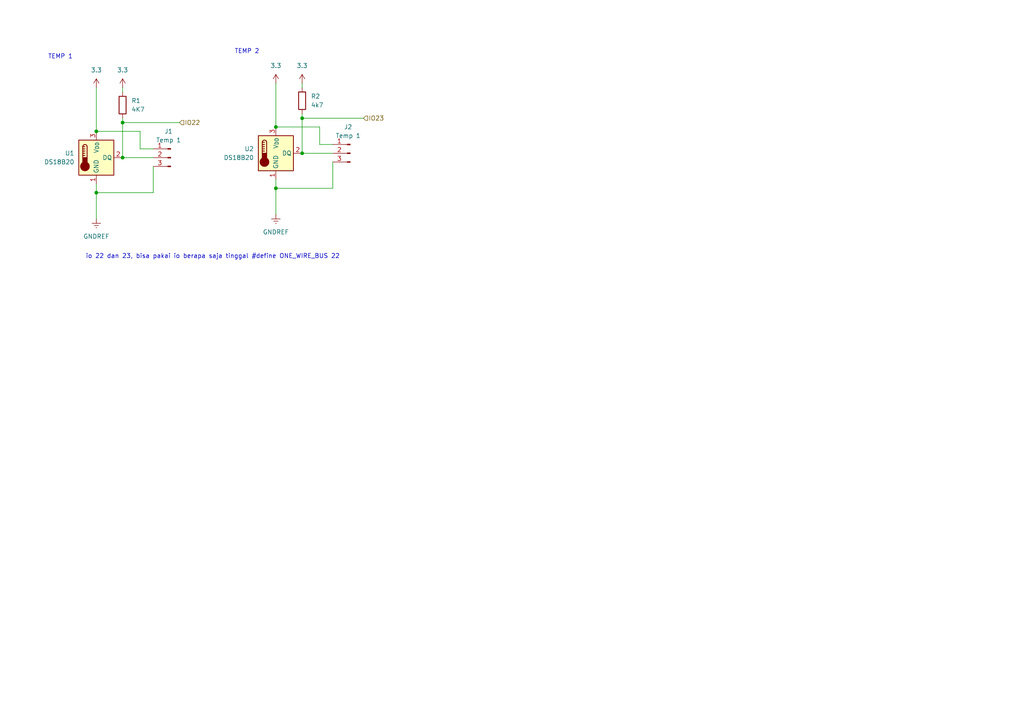
<source format=kicad_sch>
(kicad_sch (version 20231120) (generator "eeschema") (generator_version "8.0")
  (paper "A4")
  (lib_symbols
    (symbol "Connector:Conn_01x03_Pin" (pin_names (offset 1.016) hide)
      (property "Reference" "J" (at 0 5.08 0))
      (property "Value" "Conn_01x03_Pin" (at 0 -5.08 0))
      (symbol "Conn_01x03_Pin_1_1"
        (polyline (pts (xy 1.27 -2.54) (xy 0.8636 -2.54)) (stroke (width 0.1524)))
        (polyline (pts (xy 1.27 0) (xy 0.8636 0)) (stroke (width 0.1524)))
        (polyline (pts (xy 1.27 2.54) (xy 0.8636 2.54)) (stroke (width 0.1524)))
        (rectangle (start 0.8636 -2.413) (end 0 -2.667) (stroke (width 0.1524)) (fill (type outline)))
        (rectangle (start 0.8636 0.127) (end 0 -0.127) (stroke (width 0.1524)) (fill (type outline)))
        (rectangle (start 0.8636 2.667) (end 0 2.413) (stroke (width 0.1524)) (fill (type outline)))
        (pin passive line (at 5.08 2.54 180) (length 3.81) (name "Pin_1") (number "1"))
        (pin passive line (at 5.08 0 180) (length 3.81) (name "Pin_2") (number "2"))
        (pin passive line (at 5.08 -2.54 180) (length 3.81) (name "Pin_3") (number "3"))
      )
    )
    (symbol "Device:R" (pin_numbers hide) (pin_names (offset 0))
      (property "Reference" "R" (at 2.032 0 90))
      (property "Value" "R" (at 0 0 90))
      (symbol "R_0_1"
        (rectangle (start -1.016 -2.54) (end 1.016 2.54) (stroke (width 0.254)))
      )
      (symbol "R_1_1"
        (pin passive line (at 0 3.81 270) (length 1.27) (name "~") (number "1"))
        (pin passive line (at 0 -3.81 90) (length 1.27) (name "~") (number "2"))
      )
    )
    (symbol "Sensor_Temperature:DS18B20"
      (property "Reference" "U" (at -3.81 6.35 0))
      (property "Value" "DS18B20" (at 6.35 6.35 0))
      (symbol "DS18B20_0_1"
        (rectangle (start -5.08 5.08) (end 5.08 -5.08) (stroke (width 0.254)) (fill (type background)))
        (circle (center -3.302 -2.54) (radius 1.27) (stroke (width 0.254)) (fill (type outline)))
        (rectangle (start -2.667 -1.905) (end -3.937 0) (stroke (width 0.254)) (fill (type outline)))
        (arc (start -2.667 3.175) (mid -3.302 3.8073) (end -3.937 3.175) (stroke (width 0.254)))
        (polyline (pts (xy -3.937 0.635) (xy -3.302 0.635)) (stroke (width 0.254)))
        (polyline (pts (xy -3.937 1.27) (xy -3.302 1.27)) (stroke (width 0.254)))
        (polyline (pts (xy -3.937 1.905) (xy -3.302 1.905)) (stroke (width 0.254)))
        (polyline (pts (xy -3.937 2.54) (xy -3.302 2.54)) (stroke (width 0.254)))
        (polyline (pts (xy -3.937 3.175) (xy -3.937 0)) (stroke (width 0.254)))
        (polyline (pts (xy -3.937 3.175) (xy -3.302 3.175)) (stroke (width 0.254)))
        (polyline (pts (xy -2.667 3.175) (xy -2.667 0)) (stroke (width 0.254)))
      )
      (symbol "DS18B20_1_1"
        (pin power_in line (at 0 -7.62 90) (length 2.54) (name "GND") (number "1"))
        (pin bidirectional line (at 7.62 0 180) (length 2.54) (name "DQ") (number "2"))
        (pin power_in line (at 0 7.62 270) (length 2.54) (name "V_{DD}") (number "3"))
      )
    )
    (symbol "power:GNDREF" (power) (pin_numbers hide) (pin_names (offset 0) hide)
      (property "Value" "GNDREF" (at 0 -3.81 0))
      (symbol "GNDREF_0_1"
        (polyline (pts (xy -0.635 -1.905) (xy 0.635 -1.905)))
        (polyline (pts (xy -0.127 -2.54) (xy 0.127 -2.54)))
        (polyline (pts (xy 0 -1.27) (xy 0 0)))
        (polyline (pts (xy 1.27 -1.27) (xy -1.27 -1.27)))
      )
      (symbol "GNDREF_1_1"
        (pin power_in line (at 0 0 270) (length 0) (name "~") (number "1"))
      )
    )
    (symbol "power:VCC" (power) (pin_numbers hide) (pin_names (offset 0) hide)
      (property "Value" "VCC" (at 0 3.556 0))
      (symbol "VCC_0_1"
        (polyline (pts (xy -0.762 1.27) (xy 0 2.54)))
        (polyline (pts (xy 0 0) (xy 0 2.54)))
        (polyline (pts (xy 0 2.54) (xy 0.762 1.27)))
      )
      (symbol "VCC_1_1"
        (pin power_in line (at 0 0 90) (length 0) (name "~") (number "1"))
      )
    )
  )
  (junction (at 80.01 36.83))
  (junction (at 87.63 34.29))
  (junction (at 27.94 38.1))
  (junction (at 35.56 35.56))
  (junction (at 80.01 54.61))
  (junction (at 27.94 55.88))
  (junction (at 35.56 45.72))
  (junction (at 87.63 44.45))
  (wire (pts (xy 27.94 55.88) (xy 27.94 53.34)))
  (wire (pts (xy 87.63 24.13) (xy 87.63 25.4)))
  (wire (pts (xy 96.52 41.91) (xy 92.71 41.91)))
  (wire (pts (xy 44.45 55.88) (xy 27.94 55.88)))
  (wire (pts (xy 87.63 44.45) (xy 96.52 44.45)))
  (wire (pts (xy 35.56 25.4) (xy 35.56 26.67)))
  (wire (pts (xy 27.94 25.4) (xy 27.94 38.1)))
  (wire (pts (xy 87.63 33.02) (xy 87.63 34.29)))
  (wire (pts (xy 44.45 43.18) (xy 40.64 43.18)))
  (wire (pts (xy 87.63 44.45) (xy 87.63 34.29)))
  (wire (pts (xy 80.01 54.61) (xy 80.01 52.07)))
  (wire (pts (xy 96.52 46.99) (xy 96.52 54.61)))
  (wire (pts (xy 92.71 41.91) (xy 92.71 36.83)))
  (wire (pts (xy 35.56 34.29) (xy 35.56 35.56)))
  (wire (pts (xy 40.64 38.1) (xy 27.94 38.1)))
  (wire (pts (xy 92.71 36.83) (xy 80.01 36.83)))
  (wire (pts (xy 87.63 34.29) (xy 105.41 34.29)))
  (wire (pts (xy 80.01 24.13) (xy 80.01 36.83)))
  (wire (pts (xy 96.52 54.61) (xy 80.01 54.61)))
  (wire (pts (xy 35.56 45.72) (xy 35.56 35.56)))
  (wire (pts (xy 44.45 48.26) (xy 44.45 55.88)))
  (wire (pts (xy 35.56 35.56) (xy 52.07 35.56)))
  (wire (pts (xy 35.56 45.72) (xy 44.45 45.72)))
  (wire (pts (xy 40.64 43.18) (xy 40.64 38.1)))
  (wire (pts (xy 27.94 55.88) (xy 27.94 63.5)))
  (wire (pts (xy 80.01 54.61) (xy 80.01 62.23)))
  (text "TEMP 2\n" (at 71.628 14.986 0) (effects (font (size 1.27 1.27))))
  (text "TEMP 1\n" (at 17.526 16.51 0) (effects (font (size 1.27 1.27))))
  (text "io 22 dan 23, bisa pakai io berapa saja tinggal #define ONE_WIRE_BUS 22" (at 61.722 74.422 0) (effects (font (size 1.27 1.27))))
  (hierarchical_label "IO22" (shape input) (at 52.07 35.56 0))
  (hierarchical_label "IO23" (shape input) (at 105.41 34.29 0))
  (symbol (lib_id "power:VCC") (at 87.63 24.13 0) (unit 1)
    (property "Reference" "#PWR06" (effects (hide yes)))
    (property "Value" "3.3" (at 87.63 19.05 0))
    (property "Description" "Power symbol creates a global label with name \"VCC\"" (effects (hide yes)))
  )
  (symbol (lib_id "Connector:Conn_01x03_Pin") (at 49.53 45.72 0) (mirror y) (unit 1)
    (property "Reference" "J1" (at 48.895 38.1 0))
    (property "Value" "Temp 1" (at 48.895 40.64 0))
    (property "Footprint" "Connector_JST:JST_JWPF_B03B-JWPF-SK-R_1x03_P2.00mm_Vertical" (effects (hide yes)))
    (property "Description" "Generic connector, single row, 01x03, script generated" (effects (hide yes)))
  )
  (symbol (lib_id "Sensor_Temperature:DS18B20") (at 27.94 45.72 0) (unit 1)
    (property "Reference" "U1" (at 21.59 44.4499 0) (effects (justify right)))
    (property "Value" "DS18B20" (at 21.59 46.9899 0) (effects (justify right)))
    (property "Footprint" "Package_TO_SOT_THT:TO-92_Inline" (effects (hide yes)))
    (property "Datasheet" "http://datasheets.maximintegrated.com/en/ds/DS18B20.pdf" (effects (hide yes)))
    (property "Description" "Programmable Resolution 1-Wire Digital Thermometer TO-92" (effects (hide yes)))
  )
  (symbol (lib_id "power:VCC") (at 80.01 24.13 0) (unit 1)
    (property "Reference" "#PWR04" (effects (hide yes)))
    (property "Value" "3.3" (at 80.01 19.05 0))
    (property "Description" "Power symbol creates a global label with name \"VCC\"" (effects (hide yes)))
  )
  (symbol (lib_id "Device:R") (at 35.56 30.48 0) (unit 1)
    (property "Reference" "R1" (at 38.1 29.2099 0) (effects (justify left)))
    (property "Value" "4K7" (at 38.1 31.7499 0) (effects (justify left)))
    (property "Footprint" "Resistor_THT:R_Axial_DIN0204_L3.6mm_D1.6mm_P5.08mm_Horizontal" (effects (hide yes)))
    (property "Description" "Resistor" (effects (hide yes)))
  )
  (symbol (lib_id "power:VCC") (at 27.94 25.4 0) (unit 1)
    (property "Reference" "#PWR01" (effects (hide yes)))
    (property "Value" "3.3" (at 27.94 20.32 0))
    (property "Description" "Power symbol creates a global label with name \"VCC\"" (effects (hide yes)))
  )
  (symbol (lib_id "power:GNDREF") (at 27.94 63.5 0) (unit 1)
    (property "Reference" "#PWR02" (effects (hide yes)))
    (property "Value" "GNDREF" (at 27.94 68.58 0))
    (property "Description" "Power symbol creates a global label with name \"GNDREF\" , reference supply ground" (effects (hide yes)))
  )
  (symbol (lib_id "power:GNDREF") (at 80.01 62.23 0) (unit 1)
    (property "Reference" "#PWR05" (effects (hide yes)))
    (property "Value" "GNDREF" (at 80.01 67.31 0))
    (property "Description" "Power symbol creates a global label with name \"GNDREF\" , reference supply ground" (effects (hide yes)))
  )
  (symbol (lib_id "Device:R") (at 87.63 29.21 0) (unit 1)
    (property "Reference" "R2" (at 90.17 27.9399 0) (effects (justify left)))
    (property "Value" "4k7" (at 90.17 30.4799 0) (effects (justify left)))
    (property "Footprint" "Resistor_THT:R_Axial_DIN0204_L3.6mm_D1.6mm_P5.08mm_Horizontal" (effects (hide yes)))
    (property "Description" "Resistor" (effects (hide yes)))
  )
  (symbol (lib_id "power:VCC") (at 35.56 25.4 0) (unit 1)
    (property "Reference" "#PWR03" (effects (hide yes)))
    (property "Value" "3.3" (at 35.56 20.32 0))
    (property "Description" "Power symbol creates a global label with name \"VCC\"" (effects (hide yes)))
  )
  (symbol (lib_id "Sensor_Temperature:DS18B20") (at 80.01 44.45 0) (unit 1)
    (property "Reference" "U2" (at 73.66 43.1799 0) (effects (justify right)))
    (property "Value" "DS18B20" (at 73.66 45.7199 0) (effects (justify right)))
    (property "Footprint" "Package_TO_SOT_THT:TO-92_Inline" (effects (hide yes)))
    (property "Datasheet" "http://datasheets.maximintegrated.com/en/ds/DS18B20.pdf" (effects (hide yes)))
    (property "Description" "Programmable Resolution 1-Wire Digital Thermometer TO-92" (effects (hide yes)))
  )
  (symbol (lib_id "Connector:Conn_01x03_Pin") (at 101.6 44.45 0) (mirror y) (unit 1)
    (property "Reference" "J2" (at 100.965 36.83 0))
    (property "Value" "Temp 1" (at 100.965 39.37 0))
    (property "Footprint" "Connector_JST:JST_JWPF_B03B-JWPF-SK-R_1x03_P2.00mm_Vertical" (effects (hide yes)))
    (property "Description" "Generic connector, single row, 01x03, script generated" (effects (hide yes)))
  )
)
</source>
